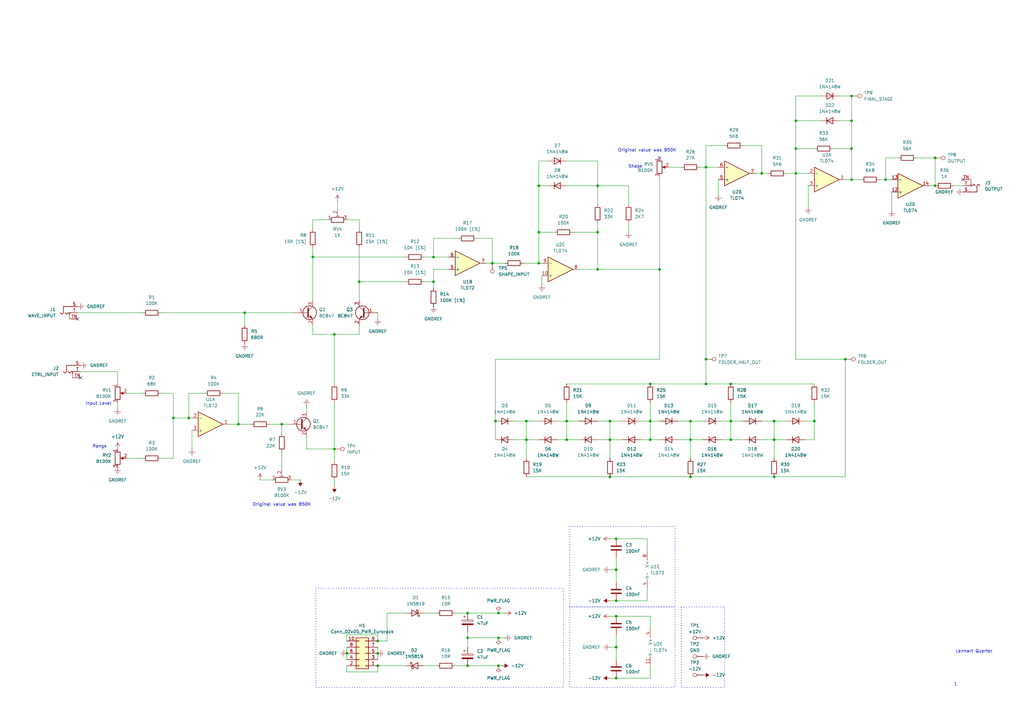
<source format=kicad_sch>
(kicad_sch (version 20231120) (generator "eeschema") (generator_version "8.0")
  (paper "A3")
  (junction (at 283.21 195.58))
  (junction (at 128.27 105.41))
  (junction (at 346.71 147.32))
  (junction (at 245.11 110.49))
  (junction (at 289.56 68.58))
  (junction (at 177.8 115.57))
  (junction (at 232.41 180.34))
  (junction (at 252.73 265.43))
  (junction (at 191.77 261.62))
  (junction (at 349.25 60.96))
  (junction (at 204.47 273.05))
  (junction (at 142.24 267.97))
  (junction (at 283.21 180.34))
  (junction (at 317.5 172.72))
  (junction (at 147.32 115.57))
  (junction (at 204.47 251.46))
  (junction (at 154.94 273.05))
  (junction (at 266.7 172.72))
  (junction (at 299.72 172.72))
  (junction (at 252.73 246.38))
  (junction (at 252.73 220.98))
  (junction (at 250.19 172.72))
  (junction (at 383.54 76.2))
  (junction (at 220.98 95.25))
  (junction (at 220.98 76.2))
  (junction (at 349.25 39.37))
  (junction (at 215.9 172.72))
  (junction (at 326.39 49.53))
  (junction (at 154.94 262.89))
  (junction (at 312.42 71.12))
  (junction (at 71.12 171.45))
  (junction (at 326.39 60.96))
  (junction (at 250.19 195.58))
  (junction (at 266.7 180.34))
  (junction (at 289.56 157.48))
  (junction (at 252.73 233.68))
  (junction (at 245.11 95.25))
  (junction (at 349.25 49.53))
  (junction (at 191.77 251.46))
  (junction (at 270.51 110.49))
  (junction (at 154.94 267.97))
  (junction (at 232.41 172.72))
  (junction (at 252.73 278.13))
  (junction (at 317.5 180.34))
  (junction (at 349.25 73.66))
  (junction (at 77.47 171.45))
  (junction (at 363.22 73.66))
  (junction (at 299.72 157.48))
  (junction (at 201.93 107.95))
  (junction (at 283.21 172.72))
  (junction (at 215.9 180.34))
  (junction (at 97.79 173.99))
  (junction (at 177.8 105.41))
  (junction (at 191.77 273.05))
  (junction (at 250.19 180.34))
  (junction (at 203.2 172.72))
  (junction (at 245.11 76.2))
  (junction (at 204.47 261.62))
  (junction (at 137.16 184.15))
  (junction (at 317.5 195.58))
  (junction (at 100.33 128.27))
  (junction (at 299.72 180.34))
  (junction (at 115.57 173.99))
  (junction (at 137.16 137.16))
  (junction (at 289.56 147.32))
  (junction (at 383.54 64.77))
  (junction (at 334.01 172.72))
  (junction (at 252.73 252.73))
  (junction (at 266.7 157.48))
  (junction (at 220.98 107.95))
  (junction (at 326.39 71.12))
  (no_connect (at 33.02 154.94))
  (no_connect (at 270.51 64.77))
  (no_connect (at 31.75 130.81))
  (no_connect (at 394.97 73.66))
  (wire (pts (xy 147.32 115.57) (xy 166.37 115.57)))
  (wire (pts (xy 250.19 180.34) (xy 255.27 180.34)))
  (wire (pts (xy 375.92 64.77) (xy 383.54 64.77)))
  (wire (pts (xy 266.7 273.05) (xy 266.7 278.13)))
  (wire (pts (xy 270.51 110.49) (xy 245.11 110.49)))
  (wire (pts (xy 154.94 275.59) (xy 154.94 273.05)))
  (wire (pts (xy 203.2 180.34) (xy 203.2 172.72)))
  (wire (pts (xy 262.89 180.34) (xy 266.7 180.34)))
  (wire (pts (xy 250.19 220.98) (xy 252.73 220.98)))
  (wire (pts (xy 125.73 179.07) (xy 125.73 184.15)))
  (wire (pts (xy 346.71 195.58) (xy 346.71 147.32)))
  (wire (pts (xy 250.19 195.58) (xy 283.21 195.58)))
  (wire (pts (xy 222.25 107.95) (xy 220.98 107.95)))
  (wire (pts (xy 102.87 173.99) (xy 97.79 173.99)))
  (wire (pts (xy 266.7 180.34) (xy 270.51 180.34)))
  (wire (pts (xy 266.7 172.72) (xy 270.51 172.72)))
  (wire (pts (xy 220.98 95.25) (xy 220.98 107.95)))
  (wire (pts (xy 250.19 278.13) (xy 252.73 278.13)))
  (wire (pts (xy 158.75 251.46) (xy 166.37 251.46)))
  (wire (pts (xy 138.43 82.55) (xy 138.43 86.36)))
  (wire (pts (xy 71.12 161.29) (xy 71.12 171.45)))
  (wire (pts (xy 363.22 73.66) (xy 360.68 73.66)))
  (wire (pts (xy 128.27 105.41) (xy 128.27 123.19)))
  (wire (pts (xy 173.99 115.57) (xy 177.8 115.57)))
  (wire (pts (xy 299.72 172.72) (xy 299.72 180.34)))
  (wire (pts (xy 349.25 73.66) (xy 346.71 73.66)))
  (wire (pts (xy 220.98 107.95) (xy 214.63 107.95)))
  (wire (pts (xy 71.12 161.29) (xy 66.04 161.29)))
  (wire (pts (xy 177.8 97.79) (xy 177.8 105.41)))
  (wire (pts (xy 252.73 228.6) (xy 252.73 233.68)))
  (wire (pts (xy 123.19 196.85) (xy 119.38 196.85)))
  (wire (pts (xy 245.11 76.2) (xy 232.41 76.2)))
  (wire (pts (xy 368.3 64.77) (xy 363.22 64.77)))
  (wire (pts (xy 137.16 196.85) (xy 137.16 199.39)))
  (wire (pts (xy 326.39 49.53) (xy 336.55 49.53)))
  (wire (pts (xy 295.91 172.72) (xy 299.72 172.72)))
  (wire (pts (xy 154.94 260.35) (xy 142.24 260.35)))
  (wire (pts (xy 154.94 262.89) (xy 154.94 260.35)))
  (wire (pts (xy 294.64 80.01) (xy 294.64 73.66)))
  (wire (pts (xy 154.94 265.43) (xy 154.94 267.97)))
  (wire (pts (xy 137.16 137.16) (xy 137.16 157.48)))
  (wire (pts (xy 177.8 110.49) (xy 184.15 110.49)))
  (wire (pts (xy 147.32 137.16) (xy 137.16 137.16)))
  (wire (pts (xy 289.56 147.32) (xy 289.56 157.48)))
  (wire (pts (xy 232.41 157.48) (xy 266.7 157.48)))
  (wire (pts (xy 312.42 71.12) (xy 314.96 71.12)))
  (wire (pts (xy 317.5 195.58) (xy 346.71 195.58)))
  (wire (pts (xy 266.7 157.48) (xy 289.56 157.48)))
  (wire (pts (xy 232.41 165.1) (xy 232.41 172.72)))
  (wire (pts (xy 312.42 71.12) (xy 309.88 71.12)))
  (wire (pts (xy 177.8 115.57) (xy 177.8 110.49)))
  (wire (pts (xy 363.22 64.77) (xy 363.22 73.66)))
  (wire (pts (xy 245.11 66.04) (xy 245.11 76.2)))
  (wire (pts (xy 252.73 260.35) (xy 252.73 265.43)))
  (wire (pts (xy 252.73 265.43) (xy 252.73 270.51)))
  (wire (pts (xy 142.24 90.17) (xy 147.32 90.17)))
  (wire (pts (xy 77.47 171.45) (xy 78.74 171.45)))
  (wire (pts (xy 326.39 49.53) (xy 326.39 60.96)))
  (wire (pts (xy 265.43 226.06) (xy 265.43 220.98)))
  (wire (pts (xy 349.25 73.66) (xy 353.06 73.66)))
  (wire (pts (xy 137.16 165.1) (xy 137.16 184.15)))
  (wire (pts (xy 326.39 71.12) (xy 331.47 71.12)))
  (wire (pts (xy 215.9 172.72) (xy 215.9 180.34)))
  (wire (pts (xy 331.47 85.09) (xy 331.47 76.2)))
  (wire (pts (xy 250.19 172.72) (xy 250.19 180.34)))
  (wire (pts (xy 120.65 128.27) (xy 100.33 128.27)))
  (wire (pts (xy 252.73 233.68) (xy 252.73 238.76)))
  (wire (pts (xy 287.02 68.58) (xy 289.56 68.58)))
  (wire (pts (xy 283.21 172.72) (xy 288.29 172.72)))
  (wire (pts (xy 283.21 172.72) (xy 283.21 180.34)))
  (wire (pts (xy 142.24 273.05) (xy 142.24 275.59)))
  (wire (pts (xy 52.07 161.29) (xy 58.42 161.29)))
  (wire (pts (xy 224.79 66.04) (xy 220.98 66.04)))
  (wire (pts (xy 250.19 246.38) (xy 252.73 246.38)))
  (wire (pts (xy 147.32 133.35) (xy 147.32 137.16)))
  (wire (pts (xy 312.42 180.34) (xy 317.5 180.34)))
  (wire (pts (xy 125.73 166.37) (xy 125.73 168.91)))
  (wire (pts (xy 299.72 157.48) (xy 334.01 157.48)))
  (wire (pts (xy 71.12 171.45) (xy 77.47 171.45)))
  (wire (pts (xy 383.54 64.77) (xy 383.54 76.2)))
  (wire (pts (xy 220.98 76.2) (xy 224.79 76.2)))
  (wire (pts (xy 341.63 60.96) (xy 349.25 60.96)))
  (wire (pts (xy 383.54 76.2) (xy 381 76.2)))
  (wire (pts (xy 71.12 187.96) (xy 66.04 187.96)))
  (wire (pts (xy 173.99 273.05) (xy 179.07 273.05)))
  (wire (pts (xy 245.11 172.72) (xy 250.19 172.72)))
  (wire (pts (xy 147.32 115.57) (xy 147.32 123.19)))
  (wire (pts (xy 154.94 267.97) (xy 154.94 270.51)))
  (wire (pts (xy 257.81 91.44) (xy 257.81 95.25)))
  (wire (pts (xy 125.73 184.15) (xy 137.16 184.15)))
  (wire (pts (xy 210.82 172.72) (xy 215.9 172.72)))
  (wire (pts (xy 228.6 180.34) (xy 232.41 180.34)))
  (wire (pts (xy 266.7 252.73) (xy 266.7 257.81)))
  (wire (pts (xy 58.42 187.96) (xy 52.07 187.96)))
  (wire (pts (xy 147.32 101.6) (xy 147.32 115.57)))
  (wire (pts (xy 330.2 172.72) (xy 334.01 172.72)))
  (wire (pts (xy 100.33 133.35) (xy 100.33 128.27)))
  (wire (pts (xy 191.77 259.08) (xy 191.77 261.62)))
  (wire (pts (xy 215.9 172.72) (xy 220.98 172.72)))
  (wire (pts (xy 237.49 110.49) (xy 245.11 110.49)))
  (wire (pts (xy 128.27 101.6) (xy 128.27 105.41)))
  (wire (pts (xy 252.73 265.43) (xy 250.19 265.43)))
  (wire (pts (xy 326.39 147.32) (xy 326.39 71.12)))
  (wire (pts (xy 203.2 172.72) (xy 203.2 147.32)))
  (wire (pts (xy 48.26 167.64) (xy 48.26 165.1)))
  (wire (pts (xy 394.97 76.2) (xy 391.16 76.2)))
  (wire (pts (xy 204.47 273.05) (xy 205.74 273.05)))
  (wire (pts (xy 266.7 165.1) (xy 266.7 172.72)))
  (wire (pts (xy 106.68 196.85) (xy 111.76 196.85)))
  (wire (pts (xy 187.96 97.79) (xy 177.8 97.79)))
  (wire (pts (xy 232.41 66.04) (xy 245.11 66.04)))
  (wire (pts (xy 77.47 161.29) (xy 77.47 171.45)))
  (wire (pts (xy 304.8 59.69) (xy 312.42 59.69)))
  (wire (pts (xy 252.73 278.13) (xy 266.7 278.13)))
  (wire (pts (xy 245.11 83.82) (xy 245.11 76.2)))
  (wire (pts (xy 283.21 180.34) (xy 283.21 187.96)))
  (wire (pts (xy 295.91 180.34) (xy 299.72 180.34)))
  (wire (pts (xy 110.49 173.99) (xy 115.57 173.99)))
  (wire (pts (xy 228.6 172.72) (xy 232.41 172.72)))
  (wire (pts (xy 334.01 180.34) (xy 334.01 172.72)))
  (wire (pts (xy 128.27 137.16) (xy 137.16 137.16)))
  (wire (pts (xy 191.77 251.46) (xy 204.47 251.46)))
  (wire (pts (xy 97.79 161.29) (xy 97.79 173.99)))
  (wire (pts (xy 257.81 76.2) (xy 245.11 76.2)))
  (wire (pts (xy 245.11 95.25) (xy 234.95 95.25)))
  (wire (pts (xy 142.24 265.43) (xy 142.24 267.97)))
  (wire (pts (xy 245.11 91.44) (xy 245.11 95.25)))
  (wire (pts (xy 270.51 72.39) (xy 270.51 110.49)))
  (wire (pts (xy 115.57 177.8) (xy 115.57 173.99)))
  (wire (pts (xy 128.27 133.35) (xy 128.27 137.16)))
  (wire (pts (xy 220.98 76.2) (xy 220.98 95.25)))
  (wire (pts (xy 177.8 118.11) (xy 177.8 115.57)))
  (wire (pts (xy 204.47 261.62) (xy 207.01 261.62)))
  (wire (pts (xy 312.42 172.72) (xy 317.5 172.72)))
  (wire (pts (xy 265.43 246.38) (xy 252.73 246.38)))
  (wire (pts (xy 365.76 86.36) (xy 365.76 78.74)))
  (wire (pts (xy 177.8 105.41) (xy 184.15 105.41)))
  (wire (pts (xy 201.93 107.95) (xy 199.39 107.95)))
  (wire (pts (xy 232.41 172.72) (xy 237.49 172.72)))
  (wire (pts (xy 137.16 189.23) (xy 137.16 184.15)))
  (wire (pts (xy 317.5 180.34) (xy 317.5 187.96)))
  (wire (pts (xy 232.41 180.34) (xy 237.49 180.34)))
  (wire (pts (xy 299.72 180.34) (xy 304.8 180.34)))
  (wire (pts (xy 252.73 233.68) (xy 250.19 233.68)))
  (wire (pts (xy 215.9 180.34) (xy 220.98 180.34)))
  (wire (pts (xy 128.27 105.41) (xy 166.37 105.41)))
  (wire (pts (xy 158.75 251.46) (xy 158.75 262.89)))
  (wire (pts (xy 48.26 152.4) (xy 48.26 157.48)))
  (wire (pts (xy 349.25 60.96) (xy 349.25 49.53)))
  (wire (pts (xy 173.99 251.46) (xy 179.07 251.46)))
  (wire (pts (xy 91.44 161.29) (xy 97.79 161.29)))
  (wire (pts (xy 173.99 105.41) (xy 177.8 105.41)))
  (wire (pts (xy 317.5 172.72) (xy 322.58 172.72)))
  (wire (pts (xy 191.77 261.62) (xy 191.77 265.43)))
  (wire (pts (xy 154.94 273.05) (xy 166.37 273.05)))
  (wire (pts (xy 128.27 90.17) (xy 128.27 93.98)))
  (wire (pts (xy 134.62 90.17) (xy 128.27 90.17)))
  (wire (pts (xy 186.69 273.05) (xy 191.77 273.05)))
  (wire (pts (xy 326.39 71.12) (xy 322.58 71.12)))
  (wire (pts (xy 365.76 73.66) (xy 363.22 73.66)))
  (wire (pts (xy 274.32 68.58) (xy 279.4 68.58)))
  (wire (pts (xy 297.18 59.69) (xy 289.56 59.69)))
  (wire (pts (xy 227.33 95.25) (xy 220.98 95.25)))
  (wire (pts (xy 232.41 172.72) (xy 232.41 180.34)))
  (wire (pts (xy 154.94 128.27) (xy 154.94 130.81)))
  (wire (pts (xy 186.69 251.46) (xy 191.77 251.46)))
  (wire (pts (xy 283.21 180.34) (xy 288.29 180.34)))
  (wire (pts (xy 326.39 39.37) (xy 326.39 49.53)))
  (wire (pts (xy 191.77 273.05) (xy 204.47 273.05)))
  (wire (pts (xy 289.56 59.69) (xy 289.56 68.58)))
  (wire (pts (xy 71.12 171.45) (xy 71.12 187.96)))
  (wire (pts (xy 58.42 128.27) (xy 31.75 128.27)))
  (wire (pts (xy 317.5 180.34) (xy 322.58 180.34)))
  (wire (pts (xy 204.47 251.46) (xy 207.01 251.46)))
  (wire (pts (xy 317.5 172.72) (xy 317.5 180.34)))
  (wire (pts (xy 142.24 267.97) (xy 142.24 270.51)))
  (wire (pts (xy 142.24 275.59) (xy 154.94 275.59)))
  (wire (pts (xy 115.57 173.99) (xy 118.11 173.99)))
  (wire (pts (xy 250.19 252.73) (xy 252.73 252.73)))
  (wire (pts (xy 349.25 49.53) (xy 344.17 49.53)))
  (wire (pts (xy 312.42 59.69) (xy 312.42 71.12)))
  (wire (pts (xy 346.71 147.32) (xy 326.39 147.32)))
  (wire (pts (xy 191.77 261.62) (xy 204.47 261.62)))
  (wire (pts (xy 250.19 172.72) (xy 255.27 172.72)))
  (wire (pts (xy 349.25 60.96) (xy 349.25 73.66)))
  (wire (pts (xy 245.11 110.49) (xy 245.11 95.25)))
  (wire (pts (xy 349.25 39.37) (xy 344.17 39.37)))
  (wire (pts (xy 158.75 262.89) (xy 154.94 262.89)))
  (wire (pts (xy 326.39 60.96) (xy 326.39 71.12)))
  (wire (pts (xy 266.7 172.72) (xy 266.7 180.34)))
  (wire (pts (xy 252.73 252.73) (xy 266.7 252.73)))
  (wire (pts (xy 33.02 152.4) (xy 48.26 152.4)))
  (wire (pts (xy 97.79 173.99) (xy 93.98 173.99)))
  (wire (pts (xy 283.21 195.58) (xy 317.5 195.58)))
  (wire (pts (xy 66.04 128.27) (xy 100.33 128.27)))
  (wire (pts (xy 334.01 60.96) (xy 326.39 60.96)))
  (wire (pts (xy 147.32 90.17) (xy 147.32 93.98)))
  (wire (pts (xy 336.55 39.37) (xy 326.39 39.37)))
  (wire (pts (xy 265.43 241.3) (xy 265.43 246.38)))
  (wire (pts (xy 78.74 184.15) (xy 78.74 176.53)))
  (wire (pts (xy 334.01 172.72) (xy 334.01 165.1)))
  (wire (pts (xy 289.56 157.48) (xy 299.72 157.48)))
  (wire (pts (xy 289.56 68.58) (xy 294.64 68.58)))
  (wire (pts (xy 278.13 180.34) (xy 283.21 180.34)))
  (wire (pts (xy 289.56 68.58) (xy 289.56 147.32)))
  (wire (pts (xy 215.9 180.34) (xy 215.9 187.96)))
  (wire (pts (xy 215.9 195.58) (xy 250.19 195.58)))
  (wire (pts (xy 299.72 165.1) (xy 299.72 172.72)))
  (wire (pts (xy 270.51 147.32) (xy 270.51 110.49)))
  (wire (pts (xy 201.93 97.79) (xy 201.93 107.95)))
  (wire (pts (xy 195.58 97.79) (xy 201.93 97.79)))
  (wire (pts (xy 83.82 161.29) (xy 77.47 161.29)))
  (wire (pts (xy 330.2 180.34) (xy 334.01 180.34)))
  (wire (pts (xy 115.57 185.42) (xy 115.57 193.04)))
  (wire (pts (xy 203.2 147.32) (xy 270.51 147.32)))
  (wire (pts (xy 278.13 172.72) (xy 283.21 172.72)))
  (wire (pts (xy 250.19 180.34) (xy 250.19 187.96)))
  (wire (pts (xy 349.25 39.37) (xy 349.25 49.53)))
  (wire (pts (xy 262.89 172.72) (xy 266.7 172.72)))
  (wire (pts (xy 220.98 66.04) (xy 220.98 76.2)))
  (wire (pts (xy 142.24 260.35) (xy 142.24 262.89)))
  (wire (pts (xy 210.82 180.34) (xy 215.9 180.34)))
  (wire (pts (xy 257.81 83.82) (xy 257.81 76.2)))
  (wire (pts (xy 207.01 107.95) (xy 201.93 107.95)))
  (wire (pts (xy 222.25 116.84) (xy 222.25 113.03)))
  (wire (pts (xy 245.11 180.34) (xy 250.19 180.34)))
  (wire (pts (xy 299.72 172.72) (xy 304.8 172.72)))
  (wire (pts (xy 265.43 220.98) (xy 252.73 220.98)))
  (rectangle (start 233.68 215.9) (end 276.86 248.92) (stroke (width 0.25) (type dot)))
  (rectangle (start 279.4 248.92) (end 297.18 281.94) (stroke (width 0.254) (type dot)))
  (rectangle (start 129.54 241.3) (end 231.14 281.94) (stroke (width 0.25) (type dot)))
  (rectangle (start 233.68 248.92) (end 276.86 281.94) (stroke (width 0.25) (type dot)))
  (text "Original value was B50K" (at 115.57 207.01 0) (effects (font (size 1.27 1.27))))
  (text "Range" (at 40.894 183.134 0) (effects (font (size 1.27 1.27))))
  (text "Original value was B50K" (at 265.43 61.722 0) (effects (font (size 1.27 1.27))))
  (text "Shape" (at 260.604 68.326 0) (effects (font (size 1.27 1.27))))
  (text "Lennart Querter" (at 399.542 267.208 0) (effects (font (size 1.27 1.27))))
  (text "Input Level" (at 40.386 165.608 0) (effects (font (size 1.27 1.27))))
  (text "1" (at 391.922 280.67 0) (effects (font (size 1.27 1.27))))
  (symbol (lib_id "power:+12V") (at 48.26 184.15 0) (unit 1)
    (property "Reference" "#PWR04" (effects (hide yes)))
    (property "Value" "+12V" (at 48.26 179.07 0))
    (property "Description" "Power symbol creates a global label with name \"+12V\"" (effects (hide yes)))
  )
  (symbol (lib_id "Amplifier_Operational:TL074") (at 339.09 73.66 0) (mirror x) (unit 1)
    (property "Reference" "U2" (at 339.09 63.5 0))
    (property "Value" "TL074" (at 339.09 66.04 0))
    (property "Footprint" "Package_SO:SO-14_3.9x8.65mm_P1.27mm" (effects (hide yes)))
    (property "Datasheet" "http://www.ti.com/lit/ds/symlink/tl071.pdf" (effects (hide yes)))
    (property "Description" "Quad Low-Noise JFET-Input Operational Amplifiers, DIP-14/SOIC-14" (effects (hide yes)))
  )
  (symbol (lib_id "power:GNDREF") (at 222.25 116.84 0) (unit 1)
    (property "Reference" "#PWR020" (effects (hide yes)))
    (property "Value" "GNDREF" (at 222.25 121.92 0))
    (property "Description" "Power symbol creates a global label with name \"GNDREF\" , reference supply ground" (effects (hide yes)))
  )
  (symbol (lib_id "Diode:1N4148W") (at 326.39 180.34 0) (unit 1)
    (property "Reference" "D20" (at 326.39 184.15 0))
    (property "Value" "1N4148W" (at 326.39 186.69 0))
    (property "Footprint" "Diode_SMD:D_SOD-123" (effects (hide yes)))
    (property "Datasheet" "https://www.vishay.com/docs/85748/1n4148w.pdf" (effects (hide yes)))
    (property "Description" "75V 0.15A Fast Switching Diode, SOD-123" (effects (hide yes)))
    (property "Sim.Device" "D" (effects (hide yes)))
    (property "Sim.Pins" "1=K 2=A" (effects (hide yes)))
  )
  (symbol (lib_id "Amplifier_Operational:TL072") (at 191.77 107.95 0) (mirror x) (unit 2)
    (property "Reference" "U1" (at 191.77 115.57 0))
    (property "Value" "TL072" (at 191.77 118.11 0))
    (property "Footprint" "Package_SO:SO-8_3.9x4.9mm_P1.27mm" (effects (hide yes)))
    (property "Datasheet" "http://www.ti.com/lit/ds/symlink/tl071.pdf" (effects (hide yes)))
    (property "Description" "Dual Low-Noise JFET-Input Operational Amplifiers, DIP-8/SOIC-8" (effects (hide yes)))
  )
  (symbol (lib_id "Device:R") (at 62.23 128.27 90) (unit 1)
    (property "Reference" "R1" (at 62.23 121.92 90))
    (property "Value" "100K" (at 62.23 124.46 90))
    (property "Footprint" "Resistor_SMD:R_0805_2012Metric_Pad1.20x1.40mm_HandSolder" (effects (hide yes)))
    (property "Description" "Resistor" (effects (hide yes)))
  )
  (symbol (lib_id "Device:C") (at 252.73 242.57 0) (unit 1)
    (property "Reference" "C4" (at 256.54 241.2999 0) (effects (justify left)))
    (property "Value" "100nF" (at 256.54 243.8399 0) (effects (justify left)))
    (property "Footprint" "Capacitor_SMD:C_0805_2012Metric_Pad1.18x1.45mm_HandSolder" (effects (hide yes)))
    (property "Description" "Unpolarized capacitor" (effects (hide yes)))
  )
  (symbol (lib_id "Device:R") (at 257.81 87.63 180) (unit 1)
    (property "Reference" "R24" (at 260.35 86.3599 0) (effects (justify right)))
    (property "Value" "2K7" (at 260.35 88.8999 0) (effects (justify right)))
    (property "Footprint" "Resistor_SMD:R_0805_2012Metric_Pad1.20x1.40mm_HandSolder" (effects (hide yes)))
    (property "Description" "Resistor" (effects (hide yes)))
  )
  (symbol (lib_id "Device:R") (at 231.14 95.25 90) (unit 1)
    (property "Reference" "R20" (at 231.14 88.9 90))
    (property "Value" "100K" (at 231.14 91.44 90))
    (property "Footprint" "Resistor_SMD:R_0805_2012Metric_Pad1.20x1.40mm_HandSolder" (effects (hide yes)))
    (property "Description" "Resistor" (effects (hide yes)))
  )
  (symbol (lib_id "Device:R") (at 137.16 193.04 180) (unit 1)
    (property "Reference" "R10" (at 139.7 191.7699 0) (effects (justify right)))
    (property "Value" "15K" (at 139.7 194.3099 0) (effects (justify right)))
    (property "Footprint" "Resistor_SMD:R_0805_2012Metric_Pad1.20x1.40mm_HandSolder" (effects (hide yes)))
    (property "Description" "Resistor" (effects (hide yes)))
  )
  (symbol (lib_id "Device:R") (at 318.77 71.12 270) (unit 1)
    (property "Reference" "R31" (at 318.77 64.77 90))
    (property "Value" "5K6" (at 318.77 67.31 90))
    (property "Footprint" "Resistor_SMD:R_0805_2012Metric_Pad1.20x1.40mm_HandSolder" (effects (hide yes)))
    (property "Description" "Resistor" (effects (hide yes)))
  )
  (symbol (lib_id "synth:Conn_02x05_EuroRack_Power") (at 148.59 267.97 180) (unit 1)
    (property "Reference" "H1" (at 148.59 256.54 0))
    (property "Value" "Conn_02x05_PWR_Eurorack" (at 148.59 259.08 0))
    (property "Footprint" "Synth:IDC-Header_2x05_P2.54mm_Vertical" (effects (hide yes)))
  )
  (symbol (lib_id "power:GNDREF") (at 78.74 184.15 0) (unit 1)
    (property "Reference" "#PWR06" (effects (hide yes)))
    (property "Value" "GNDREF" (at 78.74 189.23 0))
    (property "Description" "Power symbol creates a global label with name \"GNDREF\" , reference supply ground" (effects (hide yes)))
  )
  (symbol (lib_id "power:GNDREF") (at 394.97 78.74 270) (unit 1)
    (property "Reference" "#PWR034" (effects (hide yes)))
    (property "Value" "GNDREF" (at 391.16 78.7399 90) (effects (justify right)))
    (property "Description" "Power symbol creates a global label with name \"GNDREF\" , reference supply ground" (effects (hide yes)))
  )
  (symbol (lib_id "power:-12V") (at 205.74 273.05 270) (unit 1)
    (property "Reference" "#PWR017" (effects (hide yes)))
    (property "Value" "-12V" (at 209.55 273.0499 90) (effects (justify left)))
    (property "Description" "Power symbol creates a global label with name \"-12V\"" (effects (hide yes)))
  )
  (symbol (lib_id "Amplifier_Operational:TL074") (at 373.38 76.2 0) (mirror x) (unit 4)
    (property "Reference" "U2" (at 373.38 83.82 0))
    (property "Value" "TL074" (at 373.38 86.36 0))
    (property "Footprint" "Package_SO:SO-14_3.9x8.65mm_P1.27mm" (effects (hide yes)))
    (property "Datasheet" "http://www.ti.com/lit/ds/symlink/tl071.pdf" (effects (hide yes)))
    (property "Description" "Quad Low-Noise JFET-Input Operational Amplifiers, DIP-14/SOIC-14" (effects (hide yes)))
  )
  (symbol (lib_id "Amplifier_Operational:TL072") (at 267.97 233.68 0) (unit 3)
    (property "Reference" "U1" (at 266.7 232.4099 0) (effects (justify left)))
    (property "Value" "TL072" (at 266.7 234.9499 0) (effects (justify left)))
    (property "Footprint" "Package_SO:SO-8_3.9x4.9mm_P1.27mm" (effects (hide yes)))
    (property "Datasheet" "http://www.ti.com/lit/ds/symlink/tl071.pdf" (effects (hide yes)))
    (property "Description" "Dual Low-Noise JFET-Input Operational Amplifiers, DIP-8/SOIC-8" (effects (hide yes)))
  )
  (symbol (lib_id "power:+12V") (at 138.43 82.55 0) (unit 1)
    (property "Reference" "#PWR012" (effects (hide yes)))
    (property "Value" "+12V" (at 138.43 77.47 0))
    (property "Description" "Power symbol creates a global label with name \"+12V\"" (effects (hide yes)))
  )
  (symbol (lib_id "Diode:1N4148W") (at 207.01 180.34 0) (unit 1)
    (property "Reference" "D4" (at 207.01 184.15 0))
    (property "Value" "1N4148W" (at 207.01 186.69 0))
    (property "Footprint" "Diode_SMD:D_SOD-123" (effects (hide yes)))
    (property "Datasheet" "https://www.vishay.com/docs/85748/1n4148w.pdf" (effects (hide yes)))
    (property "Description" "75V 0.15A Fast Switching Diode, SOD-123" (effects (hide yes)))
    (property "Sim.Device" "D" (effects (hide yes)))
    (property "Sim.Pins" "1=K 2=A" (effects (hide yes)))
  )
  (symbol (lib_id "power:GNDREF") (at 331.47 85.09 0) (unit 1)
    (property "Reference" "#PWR032" (effects (hide yes)))
    (property "Value" "GNDREF" (at 331.47 90.17 0))
    (property "Description" "Power symbol creates a global label with name \"GNDREF\" , reference supply ground" (effects (hide yes)))
  )
  (symbol (lib_id "Device:R") (at 387.35 76.2 270) (unit 1)
    (property "Reference" "R36" (at 387.35 69.85 90))
    (property "Value" "1K" (at 387.35 72.39 90))
    (property "Footprint" "Resistor_SMD:R_0805_2012Metric_Pad1.20x1.40mm_HandSolder" (effects (hide yes)))
    (property "Description" "Resistor" (effects (hide yes)))
  )
  (symbol (lib_id "power:+12V") (at 250.19 220.98 90) (unit 1)
    (property "Reference" "#PWR021" (effects (hide yes)))
    (property "Value" "+12V" (at 246.38 220.9799 90) (effects (justify left)))
    (property "Description" "Power symbol creates a global label with name \"+12V\"" (effects (hide yes)))
  )
  (symbol (lib_id "power:+12V") (at 106.68 196.85 0) (unit 1)
    (property "Reference" "#PWR08" (effects (hide yes)))
    (property "Value" "+12V" (at 106.68 191.77 0))
    (property "Description" "Power symbol creates a global label with name \"+12V\"" (effects (hide yes)))
  )
  (symbol (lib_id "power:GNDREF") (at 31.75 125.73 90) (unit 1)
    (property "Reference" "#PWR01" (effects (hide yes)))
    (property "Value" "GNDREF" (at 35.56 125.7299 90) (effects (justify right)))
    (property "Description" "Power symbol creates a global label with name \"GNDREF\" , reference supply ground" (effects (hide yes)))
  )
  (symbol (lib_id "Device:C") (at 252.73 274.32 0) (unit 1)
    (property "Reference" "C6" (at 256.54 273.0499 0) (effects (justify left)))
    (property "Value" "100nF" (at 256.54 275.5899 0) (effects (justify left)))
    (property "Footprint" "Capacitor_SMD:C_0805_2012Metric_Pad1.18x1.45mm_HandSolder" (effects (hide yes)))
    (property "Description" "Unpolarized capacitor" (effects (hide yes)))
  )
  (symbol (lib_id "power:-12V") (at 250.19 246.38 90) (unit 1)
    (property "Reference" "#PWR023" (effects (hide yes)))
    (property "Value" "-12V" (at 246.38 246.3799 90) (effects (justify left)))
    (property "Description" "Power symbol creates a global label with name \"-12V\"" (effects (hide yes)))
  )
  (symbol (lib_id "Device:R") (at 300.99 59.69 270) (unit 1)
    (property "Reference" "R29" (at 300.99 53.34 90))
    (property "Value" "5K6" (at 300.99 55.88 90))
    (property "Footprint" "Resistor_SMD:R_0805_2012Metric_Pad1.20x1.40mm_HandSolder" (effects (hide yes)))
    (property "Description" "Resistor" (effects (hide yes)))
  )
  (symbol (lib_id "Diode:1N5819") (at 170.18 273.05 0) (unit 1)
    (property "Reference" "D2" (at 169.8625 266.7 0))
    (property "Value" "1N5819" (at 169.8625 269.24 0))
    (property "Footprint" "Diode_SMD:D_SOD-123" (effects (hide yes)))
    (property "Datasheet" "http://www.vishay.com/docs/88525/1n5817.pdf" (effects (hide yes)))
    (property "Description" "40V 1A Schottky Barrier Rectifier Diode, DO-41" (effects (hide yes)))
  )
  (symbol (lib_id "Device:R") (at 177.8 121.92 0) (unit 1)
    (property "Reference" "R14" (at 180.34 120.6499 0) (effects (justify left)))
    (property "Value" "100K [1%]" (at 180.34 123.1899 0) (effects (justify left)))
    (property "Footprint" "Resistor_SMD:R_0805_2012Metric_Pad1.20x1.40mm_HandSolder" (effects (hide yes)))
    (property "Description" "Resistor" (effects (hide yes)))
  )
  (symbol (lib_id "Device:R") (at 106.68 173.99 90) (unit 1)
    (property "Reference" "R6" (at 106.68 167.64 90))
    (property "Value" "22K" (at 106.68 170.18 90))
    (property "Footprint" "Resistor_SMD:R_0805_2012Metric_Pad1.20x1.40mm_HandSolder" (effects (hide yes)))
    (property "Description" "Resistor" (effects (hide yes)))
  )
  (symbol (lib_id "Device:R") (at 317.5 191.77 180) (unit 1)
    (property "Reference" "R30" (at 320.04 190.4999 0) (effects (justify right)))
    (property "Value" "15K" (at 320.04 193.0399 0) (effects (justify right)))
    (property "Footprint" "Resistor_SMD:R_0805_2012Metric_Pad1.20x1.40mm_HandSolder" (effects (hide yes)))
    (property "Description" "Resistor" (effects (hide yes)))
  )
  (symbol (lib_id "Device:R") (at 182.88 273.05 90) (unit 1)
    (property "Reference" "R16" (at 182.88 266.7 90))
    (property "Value" "10R" (at 182.88 269.24 90))
    (property "Footprint" "Resistor_SMD:R_0805_2012Metric_Pad1.20x1.40mm_HandSolder" (effects (hide yes)))
    (property "Description" "Resistor" (effects (hide yes)))
  )
  (symbol (lib_id "power:PWR_FLAG") (at 204.47 251.46 0) (unit 1) (exclude_from_sim yes) (in_bom no)
    (property "Reference" "#FLG01" (effects (hide yes)))
    (property "Value" "PWR_FLAG" (at 204.47 246.38 0))
    (property "Description" "Special symbol for telling ERC where power comes from" (effects (hide yes)))
  )
  (symbol (lib_id "synth:R_Potentiometer (P0915N)") (at 48.26 161.29 0) (unit 1)
    (property "Reference" "RV1" (at 45.72 160.0199 0) (effects (justify right)))
    (property "Value" "B100K" (at 45.72 162.5599 0) (effects (justify right)))
    (property "Footprint" "Synth:Potentiometer_TT_P0915N" (effects (hide yes)))
    (property "Description" "Potentiometer" (effects (hide yes)))
  )
  (symbol (lib_id "Device:R") (at 170.18 105.41 270) (unit 1)
    (property "Reference" "R12" (at 170.18 99.06 90))
    (property "Value" "10K [1%]" (at 170.18 101.6 90))
    (property "Footprint" "Resistor_SMD:R_0805_2012Metric_Pad1.20x1.40mm_HandSolder" (effects (hide yes)))
    (property "Description" "Resistor" (effects (hide yes)))
  )
  (symbol (lib_id "Diode:1N5819") (at 170.18 251.46 180) (unit 1)
    (property "Reference" "D1" (at 170.4975 245.11 0))
    (property "Value" "1N5819" (at 170.4975 247.65 0))
    (property "Footprint" "Diode_SMD:D_SOD-123" (effects (hide yes)))
    (property "Datasheet" "http://www.vishay.com/docs/88525/1n5817.pdf" (effects (hide yes)))
    (property "Description" "40V 1A Schottky Barrier Rectifier Diode, DO-41" (effects (hide yes)))
  )
  (symbol (lib_id "Diode:1N4148W") (at 308.61 180.34 0) (unit 1)
    (property "Reference" "D18" (at 308.61 184.15 0))
    (property "Value" "1N4148W" (at 308.61 186.69 0))
    (property "Footprint" "Diode_SMD:D_SOD-123" (effects (hide yes)))
    (property "Datasheet" "https://www.vishay.com/docs/85748/1n4148w.pdf" (effects (hide yes)))
    (property "Description" "75V 0.15A Fast Switching Diode, SOD-123" (effects (hide yes)))
    (property "Sim.Device" "D" (effects (hide yes)))
    (property "Sim.Pins" "1=K 2=A" (effects (hide yes)))
  )
  (symbol (lib_id "Diode:1N4148W") (at 340.36 39.37 180) (unit 1)
    (property "Reference" "D21" (at 340.36 33.02 0))
    (property "Value" "1N4148W" (at 340.36 35.56 0))
    (property "Footprint" "Diode_SMD:D_SOD-123" (effects (hide yes)))
    (property "Datasheet" "https://www.vishay.com/docs/85748/1n4148w.pdf" (effects (hide yes)))
    (property "Description" "75V 0.15A Fast Switching Diode, SOD-123" (effects (hide yes)))
    (property "Sim.Device" "D" (effects (hide yes)))
    (property "Sim.Pins" "1=K 2=A" (effects (hide yes)))
  )
  (symbol (lib_id "Device:R") (at 215.9 191.77 180) (unit 1)
    (property "Reference" "R19" (at 218.44 190.4999 0) (effects (justify right)))
    (property "Value" "15K" (at 218.44 193.0399 0) (effects (justify right)))
    (property "Footprint" "Resistor_SMD:R_0805_2012Metric_Pad1.20x1.40mm_HandSolder" (effects (hide yes)))
    (property "Description" "Resistor" (effects (hide yes)))
  )
  (symbol (lib_id "Device:R") (at 191.77 97.79 90) (unit 1)
    (property "Reference" "R17" (at 191.77 91.44 90))
    (property "Value" "100K [1%]" (at 191.77 93.98 90))
    (property "Footprint" "Resistor_SMD:R_0805_2012Metric_Pad1.20x1.40mm_HandSolder" (effects (hide yes)))
    (property "Description" "Resistor" (effects (hide yes)))
  )
  (symbol (lib_id "Diode:1N4148W") (at 274.32 172.72 180) (unit 1)
    (property "Reference" "D13" (at 274.32 166.37 0))
    (property "Value" "1N4148W" (at 274.32 168.91 0))
    (property "Footprint" "Diode_SMD:D_SOD-123" (effects (hide yes)))
    (property "Datasheet" "https://www.vishay.com/docs/85748/1n4148w.pdf" (effects (hide yes)))
    (property "Description" "75V 0.15A Fast Switching Diode, SOD-123" (effects (hide yes)))
    (property "Sim.Device" "D" (effects (hide yes)))
    (property "Sim.Pins" "1=K 2=A" (effects (hide yes)))
  )
  (symbol (lib_id "power:GNDREF") (at 294.64 80.01 0) (unit 1)
    (property "Reference" "#PWR031" (effects (hide yes)))
    (property "Value" "GNDREF" (at 294.64 85.09 0))
    (property "Description" "Power symbol creates a global label with name \"GNDREF\" , reference supply ground" (effects (hide yes)))
  )
  (symbol (lib_id "Connector:TestPoint") (at 288.29 261.62 90) (unit 1) (in_bom no)
    (property "Reference" "TP1" (at 284.988 256.54 90))
    (property "Value" "+12V" (at 284.988 259.08 90))
    (property "Footprint" "Connector_Pin:Pin_D1.0mm_L10.0mm" (effects (hide yes)))
    (property "Description" "test point" (effects (hide yes)))
  )
  (symbol (lib_id "Diode:1N4148W") (at 326.39 172.72 180) (unit 1)
    (property "Reference" "D19" (at 326.39 166.37 0))
    (property "Value" "1N4148W" (at 326.39 168.91 0))
    (property "Footprint" "Diode_SMD:D_SOD-123" (effects (hide yes)))
    (property "Datasheet" "https://www.vishay.com/docs/85748/1n4148w.pdf" (effects (hide yes)))
    (property "Description" "75V 0.15A Fast Switching Diode, SOD-123" (effects (hide yes)))
    (property "Sim.Device" "D" (effects (hide yes)))
    (property "Sim.Pins" "1=K 2=A" (effects (hide yes)))
  )
  (symbol (lib_id "Transistor_BJT:BC847") (at 123.19 173.99 0) (unit 1)
    (property "Reference" "Q1" (at 128.27 172.7199 0) (effects (justify left)))
    (property "Value" "BC847" (at 128.27 175.2599 0) (effects (justify left)))
    (property "Footprint" "Package_TO_SOT_SMD:SOT-23" (effects (hide yes)))
    (property "Datasheet" "http://www.infineon.com/dgdl/Infineon-BC847SERIES_BC848SERIES_BC849SERIES_BC850SERIES-DS-v01_01-en.pdf?fileId=db3a304314dca389011541d4630a1657" (effects (hide yes)))
    (property "Description" "0.1A Ic, 45V Vce, NPN Transistor, SOT-23" (effects (hide yes)))
  )
  (symbol (lib_id "Device:R") (at 245.11 87.63 180) (unit 1)
    (property "Reference" "R22" (at 247.65 86.3599 0) (effects (justify right)))
    (property "Value" "33K" (at 247.65 88.8999 0) (effects (justify right)))
    (property "Footprint" "Resistor_SMD:R_0805_2012Metric_Pad1.20x1.40mm_HandSolder" (effects (hide yes)))
    (property "Description" "Resistor" (effects (hide yes)))
  )
  (symbol (lib_id "power:PWR_FLAG") (at 204.47 261.62 180) (unit 1) (exclude_from_sim yes) (in_bom no)
    (property "Reference" "#FLG02" (effects (hide yes)))
    (property "Value" "PWR_FLAG" (at 204.47 266.7 0))
    (property "Description" "Special symbol for telling ERC where power comes from" (effects (hide yes)))
  )
  (symbol (lib_id "Device:C_Polarized") (at 191.77 269.24 0) (unit 1)
    (property "Reference" "C2" (at 195.58 267.0809 0) (effects (justify left)))
    (property "Value" "47uF" (at 195.58 269.6209 0) (effects (justify left)))
    (property "Footprint" "Capacitor_THT:CP_Radial_D6.3mm_P2.50mm" (effects (hide yes)))
    (property "Description" "Polarized capacitor" (effects (hide yes)))
  )
  (symbol (lib_id "power:GNDREF") (at 207.01 261.62 90) (unit 1)
    (property "Reference" "#PWR019" (effects (hide yes)))
    (property "Value" "GNDREF" (at 210.82 261.6199 90) (effects (justify right)))
    (property "Description" "Power symbol creates a global label with name \"GNDREF\" , reference supply ground" (effects (hide yes)))
  )
  (symbol (lib_id "Connector:TestPoint") (at 346.71 147.32 270) (unit 1) (in_bom no)
    (property "Reference" "TP6" (at 351.79 146.0499 90) (effects (justify left)))
    (property "Value" "FOLDER_OUT" (at 351.79 148.5899 90) (effects (justify left)))
    (property "Footprint" "Connector_Pin:Pin_D1.0mm_L10.0mm" (effects (hide yes)))
    (property "Description" "test point" (effects (hide yes)))
  )
  (symbol (lib_id "power:-12V") (at 137.16 199.39 180) (unit 1)
    (property "Reference" "#PWR011" (effects (hide yes)))
    (property "Value" "-12V" (at 137.16 204.47 0))
    (property "Description" "Power symbol creates a global label with name \"-12V\"" (effects (hide yes)))
  )
  (symbol (lib_id "power:GNDREF") (at 250.19 265.43 270) (unit 1)
    (property "Reference" "#PWR025" (effects (hide yes)))
    (property "Value" "GNDREF" (at 246.38 265.4299 90) (effects (justify right)))
    (property "Description" "Power symbol creates a global label with name \"GNDREF\" , reference supply ground" (effects (hide yes)))
  )
  (symbol (lib_id "Diode:1N4148W") (at 241.3 172.72 180) (unit 1)
    (property "Reference" "D9" (at 241.3 166.37 0))
    (property "Value" "1N4148W" (at 241.3 168.91 0))
    (property "Footprint" "Diode_SMD:D_SOD-123" (effects (hide yes)))
    (property "Datasheet" "https://www.vishay.com/docs/85748/1n4148w.pdf" (effects (hide yes)))
    (property "Description" "75V 0.15A Fast Switching Diode, SOD-123" (effects (hide yes)))
    (property "Sim.Device" "D" (effects (hide yes)))
    (property "Sim.Pins" "1=K 2=A" (effects (hide yes)))
  )
  (symbol (lib_id "power:GNDREF") (at 154.94 130.81 0) (unit 1)
    (property "Reference" "#PWR014" (effects (hide yes)))
    (property "Value" "GNDREF" (at 154.94 135.89 0))
    (property "Description" "Power symbol creates a global label with name \"GNDREF\" , reference supply ground" (effects (hide yes)))
  )
  (symbol (lib_id "Diode:1N4148W") (at 308.61 172.72 180) (unit 1)
    (property "Reference" "D17" (at 308.61 166.37 0))
    (property "Value" "1N4148W" (at 308.61 168.91 0))
    (property "Footprint" "Diode_SMD:D_SOD-123" (effects (hide yes)))
    (property "Datasheet" "https://www.vishay.com/docs/85748/1n4148w.pdf" (effects (hide yes)))
    (property "Description" "75V 0.15A Fast Switching Diode, SOD-123" (effects (hide yes)))
    (property "Sim.Device" "D" (effects (hide yes)))
    (property "Sim.Pins" "1=K 2=A" (effects (hide yes)))
  )
  (symbol (lib_id "Device:C_Polarized") (at 191.77 255.27 0) (unit 1)
    (property "Reference" "C1" (at 195.58 253.1109 0) (effects (justify left)))
    (property "Value" "47uF" (at 195.58 255.6509 0) (effects (justify left)))
    (property "Footprint" "Capacitor_THT:CP_Radial_D6.3mm_P2.50mm" (effects (hide yes)))
    (property "Description" "Polarized capacitor" (effects (hide yes)))
  )
  (symbol (lib_id "Device:C") (at 252.73 256.54 0) (unit 1)
    (property "Reference" "C5" (at 256.54 255.2699 0) (effects (justify left)))
    (property "Value" "100nF" (at 256.54 257.8099 0) (effects (justify left)))
    (property "Footprint" "Capacitor_SMD:C_0805_2012Metric_Pad1.18x1.45mm_HandSolder" (effects (hide yes)))
    (property "Description" "Unpolarized capacitor" (effects (hide yes)))
  )
  (symbol (lib_id "power:GNDREF") (at 100.33 140.97 0) (unit 1)
    (property "Reference" "#PWR07" (effects (hide yes)))
    (property "Value" "GNDREF" (at 100.33 146.05 0))
    (property "Description" "Power symbol creates a global label with name \"GNDREF\" , reference supply ground" (effects (hide yes)))
  )
  (symbol (lib_id "Device:R") (at 337.82 60.96 270) (unit 1)
    (property "Reference" "R33" (at 337.82 54.61 90))
    (property "Value" "56K" (at 337.82 57.15 90))
    (property "Footprint" "Resistor_SMD:R_0805_2012Metric_Pad1.20x1.40mm_HandSolder" (effects (hide yes)))
    (property "Description" "Resistor" (effects (hide yes)))
  )
  (symbol (lib_id "power:GNDREF") (at 154.94 267.97 90) (unit 1)
    (property "Reference" "#PWR015" (effects (hide yes)))
    (property "Value" "GNDREF" (at 158.75 267.9699 90) (effects (justify right)))
    (property "Description" "Power symbol creates a global label with name \"GNDREF\" , reference supply ground" (effects (hide yes)))
  )
  (symbol (lib_id "Device:R") (at 128.27 97.79 180) (unit 1)
    (property "Reference" "R8" (at 125.73 96.5199 0) (effects (justify left)))
    (property "Value" "15K [1%]" (at 125.73 99.0599 0) (effects (justify left)))
    (property "Footprint" "Resistor_SMD:R_0805_2012Metric_Pad1.20x1.40mm_HandSolder" (effects (hide yes)))
    (property "Description" "Resistor" (effects (hide yes)))
  )
  (symbol (lib_id "Diode:1N4148W") (at 292.1 172.72 180) (unit 1)
    (property "Reference" "D15" (at 292.1 166.37 0))
    (property "Value" "1N4148W" (at 292.1 168.91 0))
    (property "Footprint" "Diode_SMD:D_SOD-123" (effects (hide yes)))
    (property "Datasheet" "https://www.vishay.com/docs/85748/1n4148w.pdf" (effects (hide yes)))
    (property "Description" "75V 0.15A Fast Switching Diode, SOD-123" (effects (hide yes)))
    (property "Sim.Device" "D" (effects (hide yes)))
    (property "Sim.Pins" "1=K 2=A" (effects (hide yes)))
  )
  (symbol (lib_id "Amplifier_Operational:TL074") (at 229.87 110.49 0) (mirror x) (unit 3)
    (property "Reference" "U2" (at 229.87 100.33 0))
    (property "Value" "TL074" (at 229.87 102.87 0))
    (property "Footprint" "Package_SO:SO-14_3.9x8.65mm_P1.27mm" (effects (hide yes)))
    (property "Datasheet" "http://www.ti.com/lit/ds/symlink/tl071.pdf" (effects (hide yes)))
    (property "Description" "Quad Low-Noise JFET-Input Operational Amplifiers, DIP-14/SOIC-14" (effects (hide yes)))
  )
  (symbol (lib_id "power:-12V") (at 123.19 196.85 180) (unit 1)
    (property "Reference" "#PWR09" (effects (hide yes)))
    (property "Value" "-12V" (at 123.19 201.93 0))
    (property "Description" "Power symbol creates a global label with name \"-12V\"" (effects (hide yes)))
  )
  (symbol (lib_id "Diode:1N4148W") (at 228.6 66.04 180) (unit 1)
    (property "Reference" "D7" (at 228.6 59.69 0))
    (property "Value" "1N4148W" (at 228.6 62.23 0))
    (property "Footprint" "Diode_SMD:D_SOD-123" (effects (hide yes)))
    (property "Datasheet" "https://www.vishay.com/docs/85748/1n4148w.pdf" (effects (hide yes)))
    (property "Description" "75V 0.15A Fast Switching Diode, SOD-123" (effects (hide yes)))
    (property "Sim.Device" "D" (effects (hide yes)))
    (property "Sim.Pins" "1=K 2=A" (effects (hide yes)))
  )
  (symbol (lib_id "Diode:1N4148W") (at 207.01 172.72 180) (unit 1)
    (property "Reference" "D3" (at 207.01 166.37 0))
    (property "Value" "1N4148W" (at 207.01 168.91 0))
    (property "Footprint" "Diode_SMD:D_SOD-123" (effects (hide yes)))
    (property "Datasheet" "https://www.vishay.com/docs/85748/1n4148w.pdf" (effects (hide yes)))
    (property "Description" "75V 0.15A Fast Switching Diode, SOD-123" (effects (hide yes)))
    (property "Sim.Device" "D" (effects (hide yes)))
    (property "Sim.Pins" "1=K 2=A" (effects (hide yes)))
  )
  (symbol (lib_id "Diode:1N4148W") (at 224.79 180.34 0) (unit 1)
    (property "Reference" "D6" (at 224.79 184.15 0))
    (property "Value" "1N4148W" (at 224.79 186.69 0))
    (property "Footprint" "Diode_SMD:D_SOD-123" (effects (hide yes)))
    (property "Datasheet" "https://www.vishay.com/docs/85748/1n4148w.pdf" (effects (hide yes)))
    (property "Description" "75V 0.15A Fast Switching Diode, SOD-123" (effects (hide yes)))
    (property "Sim.Device" "D" (effects (hide yes)))
    (property "Sim.Pins" "1=K 2=A" (effects (hide yes)))
  )
  (symbol (lib_id "Device:R") (at 100.33 137.16 180) (unit 1)
    (property "Reference" "R5" (at 102.87 135.8899 0) (effects (justify right)))
    (property "Value" "680R" (at 102.87 138.4299 0) (effects (justify right)))
    (property "Footprint" "Resistor_SMD:R_0805_2012Metric_Pad1.20x1.40mm_HandSolder" (effects (hide yes)))
    (property "Description" "Resistor" (effects (hide yes)))
  )
  (symbol (lib_id "power:GNDREF") (at 125.73 166.37 180) (unit 1)
    (property "Reference" "#PWR010" (effects (hide yes)))
    (property "Value" "GNDREF" (at 125.73 161.29 0))
    (property "Description" "Power symbol creates a global label with name \"GNDREF\" , reference supply ground" (effects (hide yes)))
  )
  (symbol (lib_id "power:GNDREF") (at 250.19 233.68 270) (unit 1)
    (property "Reference" "#PWR022" (effects (hide yes)))
    (property "Value" "GNDREF" (at 246.38 233.6799 90) (effects (justify right)))
    (property "Description" "Power symbol creates a global label with name \"GNDREF\" , reference supply ground" (effects (hide yes)))
  )
  (symbol (lib_id "Connector:TestPoint") (at 349.25 39.37 270) (unit 1) (in_bom no)
    (property "Reference" "TP9" (at 354.33 38.0999 90) (effects (justify left)))
    (property "Value" "FINAL_STAGE" (at 354.33 40.6399 90) (effects (justify left)))
    (property "Footprint" "Connector_Pin:Pin_D1.0mm_L10.0mm" (effects (hide yes)))
    (property "Description" "test point" (effects (hide yes)))
  )
  (symbol (lib_id "Connector:TestPoint") (at 137.16 184.15 270) (unit 1) (in_bom no)
    (property "Reference" "TP4" (at 142.24 182.8799 90) (effects (justify left)))
    (property "Value" "INPUT" (at 142.24 185.4199 90) (effects (justify left)))
    (property "Footprint" "Connector_Pin:Pin_D1.0mm_L10.0mm" (effects (hide yes)))
    (property "Description" "test point" (effects (hide yes)))
  )
  (symbol (lib_id "Diode:1N4148W") (at 241.3 180.34 0) (unit 1)
    (property "Reference" "D10" (at 241.3 184.15 0))
    (property "Value" "1N4148W" (at 241.3 186.69 0))
    (property "Footprint" "Diode_SMD:D_SOD-123" (effects (hide yes)))
    (property "Datasheet" "https://www.vishay.com/docs/85748/1n4148w.pdf" (effects (hide yes)))
    (property "Description" "75V 0.15A Fast Switching Diode, SOD-123" (effects (hide yes)))
    (property "Sim.Device" "D" (effects (hide yes)))
    (property "Sim.Pins" "1=K 2=A" (effects (hide yes)))
  )
  (symbol (lib_id "synth:R_Potentiometer (P0915N)") (at 270.51 68.58 0) (unit 1)
    (property "Reference" "RV5" (at 267.97 67.3099 0) (effects (justify right)))
    (property "Value" "B100K" (at 267.97 69.8499 0) (effects (justify right)))
    (property "Footprint" "Synth:Potentiometer_TT_P0915N" (effects (hide yes)))
    (property "Description" "Potentiometer" (effects (hide yes)))
  )
  (symbol (lib_id "Device:R") (at 266.7 161.29 180) (unit 1)
    (property "Reference" "R25" (at 269.24 160.0199 0) (effects (justify right)))
    (property "Value" "15K" (at 269.24 162.5599 0) (effects (justify right)))
    (property "Footprint" "Resistor_SMD:R_0805_2012Metric_Pad1.20x1.40mm_HandSolder" (effects (hide yes)))
    (property "Description" "Resistor" (effects (hide yes)))
  )
  (symbol (lib_id "power:GNDREF") (at 288.29 269.24 90) (unit 1)
    (property "Reference" "#PWR029" (effects (hide yes)))
    (property "Value" "GNDREF" (at 292.1 269.2399 90) (effects (justify right)))
    (property "Description" "Power symbol creates a global label with name \"GNDREF\" , reference supply ground" (effects (hide yes)))
  )
  (symbol (lib_id "Device:R") (at 137.16 161.29 180) (unit 1)
    (property "Reference" "R9" (at 139.7 160.0199 0) (effects (justify right)))
    (property "Value" "33K" (at 139.7 162.5599 0) (effects (justify right)))
    (property "Footprint" "Resistor_SMD:R_0805_2012Metric_Pad1.20x1.40mm_HandSolder" (effects (hide yes)))
    (property "Description" "Resistor" (effects (hide yes)))
  )
  (symbol (lib_id "Device:C") (at 252.73 224.79 0) (unit 1)
    (property "Reference" "C3" (at 256.54 223.5199 0) (effects (justify left)))
    (property "Value" "100nF" (at 256.54 226.0599 0) (effects (justify left)))
    (property "Footprint" "Capacitor_SMD:C_0805_2012Metric_Pad1.18x1.45mm_HandSolder" (effects (hide yes)))
    (property "Description" "Unpolarized capacitor" (effects (hide yes)))
  )
  (symbol (lib_id "power:GNDREF") (at 142.24 267.97 270) (unit 1)
    (property "Reference" "#PWR013" (effects (hide yes)))
    (property "Value" "GNDREF" (at 138.43 267.9699 90) (effects (justify right)))
    (property "Description" "Power symbol creates a global label with name \"GNDREF\" , reference supply ground" (effects (hide yes)))
  )
  (symbol (lib_id "Amplifier_Operational:TL074") (at 302.26 71.12 0) (mirror x) (unit 2)
    (property "Reference" "U2" (at 302.26 78.74 0))
    (property "Value" "TL074" (at 302.26 81.28 0))
    (property "Footprint" "Package_SO:SO-14_3.9x8.65mm_P1.27mm" (effects (hide yes)))
    (property "Datasheet" "http://www.ti.com/lit/ds/symlink/tl071.pdf" (effects (hide yes)))
    (property "Description" "Quad Low-Noise JFET-Input Operational Amplifiers, DIP-14/SOIC-14" (effects (hide yes)))
  )
  (symbol (lib_id "synth:R_Potentiometer_Trim (Bourns)") (at 138.43 90.17 90) (unit 1)
    (property "Reference" "RV4" (at 138.43 93.98 90))
    (property "Value" "1K" (at 138.43 96.52 90))
    (property "Footprint" "Synth:Potentiometer_Bourns_3296W_Vertical" (effects (hide yes)))
    (property "Description" "Trim-potentiometer" (effects (hide yes)))
  )
  (symbol (lib_id "Device:R") (at 170.18 115.57 270) (unit 1)
    (property "Reference" "R13" (at 170.18 109.22 90))
    (property "Value" "10K [1%]" (at 170.18 111.76 90))
    (property "Footprint" "Resistor_SMD:R_0805_2012Metric_Pad1.20x1.40mm_HandSolder" (effects (hide yes)))
    (property "Description" "Resistor" (effects (hide yes)))
  )
  (symbol (lib_id "Connector:TestPoint") (at 288.29 276.86 90) (unit 1) (in_bom no)
    (property "Reference" "TP3" (at 284.988 271.78 90))
    (property "Value" "-12V" (at 284.988 274.32 90))
    (property "Footprint" "Connector_Pin:Pin_D1.0mm_L10.0mm" (effects (hide yes)))
    (property "Description" "test point" (effects (hide yes)))
  )
  (symbol (lib_id "Device:R") (at 299.72 161.29 180) (unit 1)
    (property "Reference" "R28" (at 302.26 160.0199 0) (effects (justify right)))
    (property "Value" "15K" (at 302.26 162.5599 0) (effects (justify right)))
    (property "Footprint" "Resistor_SMD:R_0805_2012Metric_Pad1.20x1.40mm_HandSolder" (effects (hide yes)))
    (property "Description" "Resistor" (effects (hide yes)))
  )
  (symbol (lib_id "power:-12V") (at 288.29 276.86 270) (unit 1)
    (property "Reference" "#PWR030" (effects (hide yes)))
    (property "Value" "-12V" (at 292.1 276.8599 90) (effects (justify left)))
    (property "Description" "Power symbol creates a global label with name \"-12V\"" (effects (hide yes)))
  )
  (symbol (lib_id "power:GNDREF") (at 33.02 149.86 90) (unit 1)
    (property "Reference" "#PWR02" (effects (hide yes)))
    (property "Value" "GNDREF" (at 36.83 149.8599 90) (effects (justify right)))
    (property "Description" "Power symbol creates a global label with name \"GNDREF\" , reference supply ground" (effects (hide yes)))
  )
  (symbol (lib_id "Connector:TestPoint") (at 201.93 107.95 180) (unit 1) (in_bom no)
    (property "Reference" "TP5" (at 204.47 109.9819 0) (effects (justify right)))
    (property "Value" "SHAPE_INPUT" (at 204.47 112.5219 0) (effects (justify right)))
    (property "Footprint" "Connector_Pin:Pin_D1.0mm_L10.0mm" (effects (hide yes)))
    (property "Description" "test point" (effects (hide yes)))
  )
  (symbol (lib_id "Device:R") (at 232.41 161.29 180) (unit 1)
    (property "Reference" "R21" (at 234.95 160.0199 0) (effects (justify right)))
    (property "Value" "15K" (at 234.95 162.5599 0) (effects (justify right)))
    (property "Footprint" "Resistor_SMD:R_0805_2012Metric_Pad1.20x1.40mm_HandSolder" (effects (hide yes)))
    (property "Description" "Resistor" (effects (hide yes)))
  )
  (symbol (lib_id "power:-12V") (at 250.19 278.13 90) (unit 1)
    (property "Reference" "#PWR026" (effects (hide yes)))
    (property "Value" "-12V" (at 246.38 278.1299 90) (effects (justify left)))
    (property "Description" "Power symbol creates a global label with name \"-12V\"" (effects (hide yes)))
  )
  (symbol (lib_id "Device:R") (at 62.23 187.96 90) (unit 1)
    (property "Reference" "R3" (at 62.23 181.61 90))
    (property "Value" "100K" (at 62.23 184.15 90))
    (property "Footprint" "Resistor_SMD:R_0805_2012Metric_Pad1.20x1.40mm_HandSolder" (effects (hide yes)))
    (property "Description" "Resistor" (effects (hide yes)))
  )
  (symbol (lib_id "synth:R_Potentiometer_Trim (Bourns)") (at 115.57 196.85 90) (unit 1)
    (property "Reference" "RV3" (at 115.57 200.66 90))
    (property "Value" "B100K" (at 115.57 203.2 90))
    (property "Footprint" "Synth:Potentiometer_Bourns_3296W_Vertical" (effects (hide yes)))
    (property "Description" "Trim-potentiometer" (effects (hide yes)))
  )
  (symbol (lib_id "power:+12V") (at 288.29 261.62 270) (unit 1)
    (property "Reference" "#PWR028" (effects (hide yes)))
    (property "Value" "+12V" (at 292.1 261.6199 90) (effects (justify left)))
    (property "Description" "Power symbol creates a global label with name \"+12V\"" (effects (hide yes)))
  )
  (symbol (lib_id "Transistor_BJT:BC847") (at 125.73 128.27 0) (unit 1)
    (property "Reference" "Q2" (at 130.81 126.9999 0) (effects (justify left)))
    (property "Value" "BC847" (at 130.81 129.5399 0) (effects (justify left)))
    (property "Footprint" "Package_TO_SOT_SMD:SOT-23" (effects (hide yes)))
    (property "Datasheet" "http://www.infineon.com/dgdl/Infineon-BC847SERIES_BC848SERIES_BC849SERIES_BC850SERIES-DS-v01_01-en.pdf?fileId=db3a304314dca389011541d4630a1657" (effects (hide yes)))
    (property "Description" "0.1A Ic, 45V Vce, NPN Transistor, SOT-23" (effects (hide yes)))
  )
  (symbol (lib_id "Connector:TestPoint") (at 383.54 64.77 270) (unit 1) (in_bom no)
    (property "Reference" "TP8" (at 388.62 63.4999 90) (effects (justify left)))
    (property "Value" "OUTPUT" (at 388.62 66.0399 90) (effects (justify left)))
    (property "Footprint" "Connector_Pin:Pin_D1.0mm_L10.0mm" (effects (hide yes)))
    (property "Description" "test point" (effects (hide yes)))
  )
  (symbol (lib_id "power:+12V") (at 250.19 252.73 90) (unit 1)
    (property "Reference" "#PWR024" (effects (hide yes)))
    (property "Value" "+12V" (at 246.38 252.7299 90) (effects (justify left)))
    (property "Description" "Power symbol creates a global label with name \"+12V\"" (effects (hide yes)))
  )
  (symbol (lib_id "Diode:1N4148W") (at 274.32 180.34 0) (unit 1)
    (property "Reference" "D14" (at 274.32 184.15 0))
    (property "Value" "1N4148W" (at 274.32 186.69 0))
    (property "Footprint" "Diode_SMD:D_SOD-123" (effects (hide yes)))
    (property "Datasheet" "https://www.vishay.com/docs/85748/1n4148w.pdf" (effects (hide yes)))
    (property "Description" "75V 0.15A Fast Switching Diode, SOD-123" (effects (hide yes)))
    (property "Sim.Device" "D" (effects (hide yes)))
    (property "Sim.Pins" "1=K 2=A" (effects (hide yes)))
  )
  (symbol (lib_id "Amplifier_Operational:TL074") (at 269.24 265.43 0) (unit 5)
    (property "Reference" "U2" (at 267.97 264.1599 0) (effects (justify left)))
    (property "Value" "TL074" (at 267.97 266.6999 0) (effects (justify left)))
    (property "Footprint" "Package_SO:SO-14_3.9x8.65mm_P1.27mm" (effects (hide yes)))
    (property "Datasheet" "http://www.ti.com/lit/ds/symlink/tl071.pdf" (effects (hide yes)))
    (property "Description" "Quad Low-Noise JFET-Input Operational Amplifiers, DIP-14/SOIC-14" (effects (hide yes)))
  )
  (symbol (lib_id "Amplifier_Operational:TL072") (at 86.36 173.99 0) (mirror x) (unit 1)
    (property "Reference" "U1" (at 86.36 163.83 0))
    (property "Value" "TL072" (at 86.36 166.37 0))
    (property "Footprint" "Package_SO:SO-8_3.9x4.9mm_P1.27mm" (effects (hide yes)))
    (property "Datasheet" "http://www.ti.com/lit/ds/symlink/tl071.pdf" (effects (hide yes)))
    (property "Description" "Dual Low-Noise JFET-Input Operational Amplifiers, DIP-8/SOIC-8" (effects (hide yes)))
  )
  (symbol (lib_id "power:+12V") (at 207.01 251.46 270) (unit 1)
    (property "Reference" "#PWR018" (effects (hide yes)))
    (property "Value" "+12V" (at 210.82 251.4599 90) (effects (justify left)))
    (property "Description" "Power symbol creates a global label with name \"+12V\"" (effects (hide yes)))
  )
  (symbol (lib_id "Device:R") (at 62.23 161.29 90) (unit 1)
    (property "Reference" "R2" (at 62.23 154.94 90))
    (property "Value" "68K" (at 62.23 157.48 90))
    (property "Footprint" "Resistor_SMD:R_0805_2012Metric_Pad1.20x1.40mm_HandSolder" (effects (hide yes)))
    (property "Description" "Resistor" (effects (hide yes)))
  )
  (symbol (lib_id "Diode:1N4148W") (at 292.1 180.34 0) (unit 1)
    (property "Reference" "D16" (at 292.1 184.15 0))
    (property "Value" "1N4148W" (at 292.1 186.69 0))
    (property "Footprint" "Diode_SMD:D_SOD-123" (effects (hide yes)))
    (property "Datasheet" "https://www.vishay.com/docs/85748/1n4148w.pdf" (effects (hide yes)))
    (property "Description" "75V 0.15A Fast Switching Diode, SOD-123" (effects (hide yes)))
    (property "Sim.Device" "D" (effects (hide yes)))
    (property "Sim.Pins" "1=K 2=A" (effects (hide yes)))
  )
  (symbol (lib_id "power:GNDREF") (at 48.26 191.77 0) (unit 1)
    (property "Reference" "#PWR05" (effects (hide yes)))
    (property "Value" "GNDREF" (at 48.26 196.85 0))
    (property "Description" "Power symbol creates a global label with name \"GNDREF\" , reference supply ground" (effects (hide yes)))
  )
  (symbol (lib_id "synth:AudioJack_Mono_3.5mm") (at 400.05 76.2 180) (unit 1)
    (property "Reference" "J3" (at 403.86 74.9934 0) (effects (justify right)))
    (property "Value" "OUTPUT" (at 403.86 77.5334 0) (effects (justify right)))
    (property "Footprint" "Synth:Jack_3.5mm_QingPu_WQP-PJ398SM_Vertical_CircularHoles" (effects (hide yes)))
    (property "Description" "Audio Jack, 2 Poles (Mono / TS), Switched T Pole (Normalling)" (effects (hide yes)))
  )
  (symbol (lib_id "power:GNDREF") (at 177.8 125.73 0) (unit 1)
    (property "Reference" "#PWR016" (effects (hide yes)))
    (property "Value" "GNDREF" (at 177.8 130.81 0))
    (property "Description" "Power symbol creates a global label with name \"GNDREF\" , reference supply ground" (effects (hide yes)))
  )
  (symbol (lib_id "Diode:1N4148W") (at 228.6 76.2 0) (unit 1)
    (property "Reference" "D8" (at 228.6 69.85 0))
    (property "Value" "1N4148W" (at 228.6 72.39 0))
    (property "Footprint" "Diode_SMD:D_SOD-123" (effects (hide yes)))
    (property "Datasheet" "https://www.vishay.com/docs/85748/1n4148w.pdf" (effects (hide yes)))
    (property "Description" "75V 0.15A Fast Switching Diode, SOD-123" (effects (hide yes)))
    (property "Sim.Device" "D" (effects (hide yes)))
    (property "Sim.Pins" "1=K 2=A" (effects (hide yes)))
  )
  (symbol (lib_id "synth:AudioJack_Mono_3.5mm") (at 26.67 128.27 0) (unit 1)
    (property "Reference" "J1" (at 22.86 126.9364 0) (effects (justify right)))
    (property "Value" "WAVE_INPUT" (at 22.86 129.4764 0) (effects (justify right)))
    (property "Footprint" "Synth:Jack_3.5mm_QingPu_WQP-PJ398SM_Vertical_CircularHoles" (effects (hide yes)))
    (property "Description" "Audio Jack, 2 Poles (Mono / TS), Switched T Pole (Normalling)" (effects (hide yes)))
  )
  (symbol (lib_id "Device:R") (at 283.21 68.58 270) (unit 1)
    (property "Reference" "R26" (at 283.21 62.23 90))
    (property "Value" "27K" (at 283.21 64.77 90))
    (property "Footprint" "Resistor_SMD:R_0805_2012Metric_Pad1.20x1.40mm_HandSolder" (effects (hide yes)))
    (property "Description" "Resistor" (effects (hide yes)))
  )
  (symbol (lib_id "Device:R") (at 182.88 251.46 90) (unit 1)
    (property "Reference" "R15" (at 182.88 245.11 90))
    (property "Value" "10R" (at 182.88 247.65 90))
    (property "Footprint" "Resistor_SMD:R_0805_2012Metric_Pad1.20x1.40mm_HandSolder" (effects (hide yes)))
    (property "Description" "Resistor" (effects (hide yes)))
  )
  (symbol (lib_id "Transistor_BJT:BC847") (at 149.86 128.27 0) (mirror y) (unit 1)
    (property "Reference" "Q3" (at 144.78 126.9999 0) (effects (justify left)))
    (property "Value" "BC847" (at 144.78 129.5399 0) (effects (justify left)))
    (property "Footprint" "Package_TO_SOT_SMD:SOT-23" (effects (hide yes)))
    (property "Datasheet" "http://www.infineon.com/dgdl/Infineon-BC847SERIES_BC848SERIES_BC849SERIES_BC850SERIES-DS-v01_01-en.pdf?fileId=db3a304314dca389011541d4630a1657" (effects (hide yes)))
    (property "Description" "0.1A Ic, 45V Vce, NPN Transistor, SOT-23" (effects (hide yes)))
  )
  (symbol (lib_id "Device:R") (at 115.57 181.61 180) (unit 1)
    (property "Reference" "R7" (at 113.03 180.3399 0) (effects (justify left)))
    (property "Value" "22K" (at 113.03 182.8799 0) (effects (justify left)))
    (property "Footprint" "Resistor_SMD:R_0805_2012Metric_Pad1.20x1.40mm_HandSolder" (effects (hide yes)))
    (property "Description" "Resistor" (effects (hide yes)))
  )
  (symbol (lib_id "Device:R") (at 210.82 107.95 90) (unit 1)
    (property "Reference" "R18" (at 210.82 101.6 90))
    (property "Value" "100K" (at 210.82 104.14 90))
    (property "Footprint" "Resistor_SMD:R_0805_2012Metric_Pad1.20x1.40mm_HandSolder" (effects (hide yes)))
    (property "Description" "Resistor" (effects (hide yes)))
  )
  (symbol (lib_id "Diode:1N4148W") (at 259.08 180.34 0) (unit 1)
    (property "Reference" "D12" (at 259.08 184.15 0))
    (property "Value" "1N4148W" (at 259.08 186.69 0))
    (property "Footprint" "Diode_SMD:D_SOD-123" (effects (hide yes)))
    (property "Datasheet" "https://www.vishay.com/docs/85748/1n4148w.pdf" (effects (hide yes)))
    (property "Description" "75V 0.15A Fast Switching Diode, SOD-123" (effects (hide yes)))
    (property "Sim.Device" "D" (effects (hide yes)))
    (property "Sim.Pins" "1=K 2=A" (effects (hide yes)))
  )
  (symbol (lib_id "Device:R") (at 87.63 161.29 90) (unit 1)
    (property "Reference" "R4" (at 87.63 154.94 90))
    (property "Value" "100K" (at 87.63 157.48 90))
    (property "Footprint" "Resistor_SMD:R_0805_2012Metric_Pad1.20x1.40mm_HandSolder" (effects (hide yes)))
    (property "Description" "Resistor" (effects (hide yes)))
  )
  (symbol (lib_id "Device:R") (at 283.21 191.77 180) (unit 1)
    (property "Reference" "R27" (at 285.75 190.4999 0) (effects (justify right)))
    (property "Value" "15K" (at 285.75 193.0399 0) (effects (justify right)))
    (property "Footprint" "Resistor_SMD:R_0805_2012Metric_Pad1.20x1.40mm_HandSolder" (effects (hide yes)))
    (property "Description" "Resistor" (effects (hide yes)))
  )
  (symbol (lib_id "Connector:TestPoint") (at 288.29 269.24 90) (unit 1) (in_bom no)
    (property "Reference" "TP2" (at 284.988 264.16 90))
    (property "Value" "GND" (at 284.988 266.7 90))
    (property "Footprint" "Connector_Pin:Pin_D1.0mm_L10.0mm" (effects (hide yes)))
    (property "Description" "test point" (effects (hide yes)))
  )
  (symbol (lib_id "Diode:1N4148W") (at 224.79 172.72 180) (unit 1)
    (property "Reference" "D5" (at 224.79 166.37 0))
    (property "Value" "1N4148W" (at 224.79 168.91 0))
    (property "Footprint" "Diode_SMD:D_SOD-123" (effects (hide yes)))
    (property "Datasheet" "https://www.vishay.com/docs/85748/1n4148w.pdf" (effects (hide yes)))
    (property "Description" "75V 0.15A Fast Switching Diode, SOD-123" (effects (hide yes)))
    (property "Sim.Device" "D" (effects (hide yes)))
    (property "Sim.Pins" "1=K 2=A" (effects (hide yes)))
  )
  (symbol (lib_id "power:PWR_FLAG") (at 204.47 273.05 180) (unit 1) (exclude_from_sim yes) (in_bom no)
    (property "Reference" "#FLG03" (effects (hide yes)))
    (property "Value" "PWR_FLAG" (at 204.47 278.13 0))
    (property "Description" "Special symbol for telling ERC where power comes from" (effects (hide yes)))
  )
  (symbol (lib_id "Device:R") (at 147.32 97.79 180) (unit 1)
    (property "Reference" "R11" (at 149.86 96.5199 0) (effects (justify right)))
    (property "Value" "15K [1%]" (at 149.86 99.0599 0) (effects (justify right)))
    (property "Footprint" "Resistor_SMD:R_0805_2012Metric_Pad1.20x1.40mm_HandSolder" (effects (hide yes)))
    (property "Description" "Resistor" (effects (hide yes)))
  )
  (symbol (lib_id "synth:R_Potentiometer (P0915N)") (at 48.26 187.96 0) (unit 1)
    (property "Reference" "RV2" (at 45.72 186.6899 0) (effects (justify right)))
    (property "Value" "B100K" (at 45.72 189.2299 0) (effects (justify right)))
    (property "Footprint" "Synth:Potentiometer_TT_P0915N" (effects (hide yes)))
    (property "Description" "Potentiometer" (effects (hide yes)))
  )
  (symbol (lib_id "Device:R") (at 250.19 191.77 180) (unit 1)
    (property "Reference" "R23" (at 252.73 190.4999 0) (effects (justify right)))
    (property "Value" "15K" (at 252.73 193.0399 0) (effects (justify right)))
    (property "Footprint" "Resistor_SMD:R_0805_2012Metric_Pad1.20x1.40mm_HandSolder" (effects (hide yes)))
    (property "Description" "Resistor" (effects (hide yes)))
  )
  (symbol (lib_id "Device:R") (at 372.11 64.77 270) (unit 1)
    (property "Reference" "R35" (at 372.11 58.42 90))
    (property "Value" "56K" (at 372.11 60.96 90))
    (property "Footprint" "Resistor_SMD:R_0805_2012Metric_Pad1.20x1.40mm_HandSolder" (effects (hide yes)))
    (property "Description" "Resistor" (effects (hide yes)))
  )
  (symbol (lib_id "synth:AudioJack_Mono_3.5mm") (at 27.94 152.4 0) (unit 1)
    (property "Reference" "J2" (at 24.13 151.0664 0) (effects (justify right)))
    (property "Value" "CTRL_INPUT" (at 24.13 153.6064 0) (effects (justify right)))
    (property "Footprint" "Synth:Jack_3.5mm_QingPu_WQP-PJ398SM_Vertical_CircularHoles" (effects (hide yes)))
    (property "Description" "Audio Jack, 2 Poles (Mono / TS), Switched T Pole (Normalling)" (effects (hide yes)))
  )
  (symbol (lib_id "Diode:1N4148W") (at 340.36 49.53 0) (unit 1)
    (property "Reference" "D22" (at 340.36 43.18 0))
    (property "Value" "1N4148W" (at 340.36 45.72 0))
    (property "Footprint" "Diode_SMD:D_SOD-123" (effects (hide yes)))
    (property "Datasheet" "https://www.vishay.com/docs/85748/1n4148w.pdf" (effects (hide yes)))
    (property "Description" "75V 0.15A Fast Switching Diode, SOD-123" (effects (hide yes)))
    (property "Sim.Device" "D" (effects (hide yes)))
    (property "Sim.Pins" "1=K 2=A" (effects (hide yes)))
  )
  (symbol (lib_id "power:GNDREF") (at 365.76 86.36 0) (unit 1)
    (property "Reference" "#PWR033" (effects (hide yes)))
    (property "Value" "GNDREF" (at 365.76 91.44 0))
    (property "Description" "Power symbol creates a global label with name \"GNDREF\" , reference supply ground" (effects (hide yes)))
  )
  (symbol (lib_id "power:GNDREF") (at 48.26 167.64 0) (unit 1)
    (property "Reference" "#PWR03" (effects (hide yes)))
    (property "Value" "GNDREF" (at 48.26 172.72 0))
    (property "Description" "Power symbol creates a global label with name \"GNDREF\" , reference supply ground" (effects (hide yes)))
  )
  (symbol (lib_id "Device:R") (at 334.01 161.29 180) (unit 1)
    (property "Reference" "R32" (at 336.55 160.0199 0) (effects (justify right)))
    (property "Value" "15K" (at 336.55 162.5599 0) (effects (justify right)))
    (property "Footprint" "Resistor_SMD:R_0805_2012Metric_Pad1.20x1.40mm_HandSolder" (effects (hide yes)))
    (property "Description" "Resistor" (effects (hide yes)))
  )
  (symbol (lib_id "Diode:1N4148W") (at 259.08 172.72 180) (unit 1)
    (property "Reference" "D11" (at 259.08 166.37 0))
    (property "Value" "1N4148W" (at 259.08 168.91 0))
    (property "Footprint" "Diode_SMD:D_SOD-123" (effects (hide yes)))
    (property "Datasheet" "https://www.vishay.com/docs/85748/1n4148w.pdf" (effects (hide yes)))
    (property "Description" "75V 0.15A Fast Switching Diode, SOD-123" (effects (hide yes)))
    (property "Sim.Device" "D" (effects (hide yes)))
    (property "Sim.Pins" "1=K 2=A" (effects (hide yes)))
  )
  (symbol (lib_id "Connector:TestPoint") (at 289.56 147.32 270) (unit 1) (in_bom no)
    (property "Reference" "TP7" (at 294.64 146.0499 90) (effects (justify left)))
    (property "Value" "FOLDER_HALF_OUT" (at 294.64 148.5899 90) (effects (justify left)))
    (property "Footprint" "Connector_Pin:Pin_D1.0mm_L10.0mm" (effects (hide yes)))
    (property "Description" "test point" (effects (hide yes)))
  )
  (symbol (lib_id "Device:R") (at 356.87 73.66 270) (unit 1)
    (property "Reference" "R34" (at 356.87 67.31 90))
    (property "Value" "6K8" (at 356.87 69.85 90))
    (property "Footprint" "Resistor_SMD:R_0805_2012Metric_Pad1.20x1.40mm_HandSolder" (effects (hide yes)))
    (property "Description" "Resistor" (effects (hide yes)))
  )
  (symbol (lib_id "power:GNDREF") (at 257.81 95.25 0) (unit 1)
    (property "Reference" "#PWR027" (effects (hide yes)))
    (property "Value" "GNDREF" (at 257.81 100.33 0))
    (property "Description" "Power symbol creates a global label with name \"GNDREF\" , reference supply ground" (effects (hide yes)))
  )
)
</source>
